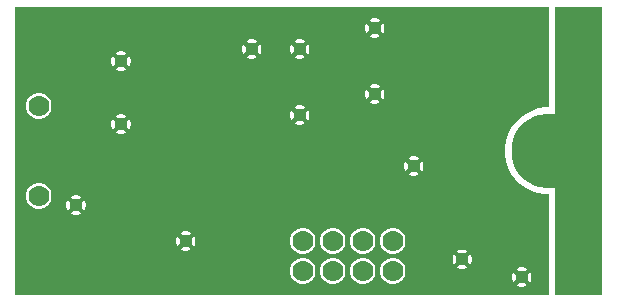
<source format=gbl>
G04*
G04 #@! TF.GenerationSoftware,Altium Limited,Altium Designer,22.0.2 (36)*
G04*
G04 Layer_Physical_Order=2*
G04 Layer_Color=16711680*
%FSLAX25Y25*%
%MOIN*%
G70*
G04*
G04 #@! TF.SameCoordinates,CB14B587-D8FD-4C8B-9FA0-E7DBCE3D7265*
G04*
G04*
G04 #@! TF.FilePolarity,Positive*
G04*
G01*
G75*
%ADD13C,0.01000*%
%ADD40C,0.25000*%
%ADD41C,0.07000*%
%ADD42C,0.04400*%
G36*
X180000Y64500D02*
X178859D01*
X176605Y64143D01*
X174434Y63438D01*
X172400Y62401D01*
X170554Y61060D01*
X168940Y59446D01*
X167598Y57600D01*
X166562Y55566D01*
X165857Y53395D01*
X165500Y51141D01*
Y48859D01*
X165857Y46605D01*
X166562Y44434D01*
X167598Y42400D01*
X168940Y40554D01*
X170554Y38940D01*
X172400Y37598D01*
X174434Y36562D01*
X176605Y35857D01*
X178859Y35500D01*
X180000D01*
Y2039D01*
X2039D01*
Y97961D01*
X180000D01*
Y64500D01*
D02*
G37*
G36*
X197961Y2039D02*
X182039D01*
Y35500D01*
X182000Y35697D01*
Y64303D01*
X182039Y64500D01*
Y97961D01*
X197961D01*
Y2039D01*
D02*
G37*
%LPC*%
G36*
X122421Y94200D02*
X121579D01*
X120765Y93982D01*
X120330Y93731D01*
X122000Y92061D01*
X123670Y93731D01*
X123235Y93982D01*
X122421Y94200D01*
D02*
G37*
G36*
X124731Y92670D02*
X123061Y91000D01*
X124731Y89330D01*
X124982Y89765D01*
X125200Y90579D01*
Y91421D01*
X124982Y92235D01*
X124731Y92670D01*
D02*
G37*
G36*
X119269D02*
X119018Y92235D01*
X118800Y91421D01*
Y90579D01*
X119018Y89765D01*
X119269Y89330D01*
X120939Y91000D01*
X119269Y92670D01*
D02*
G37*
G36*
X122000Y89939D02*
X120330Y88269D01*
X120765Y88018D01*
X121579Y87800D01*
X122421D01*
X123235Y88018D01*
X123670Y88269D01*
X122000Y89939D01*
D02*
G37*
G36*
X97421Y87200D02*
X96579D01*
X95765Y86982D01*
X95330Y86731D01*
X97000Y85061D01*
X98670Y86731D01*
X98235Y86982D01*
X97421Y87200D01*
D02*
G37*
G36*
X81421D02*
X80579D01*
X79765Y86982D01*
X79330Y86731D01*
X81000Y85061D01*
X82670Y86731D01*
X82235Y86982D01*
X81421Y87200D01*
D02*
G37*
G36*
X83731Y85670D02*
X82061Y84000D01*
X83731Y82330D01*
X83982Y82765D01*
X84200Y83579D01*
Y84421D01*
X83982Y85235D01*
X83731Y85670D01*
D02*
G37*
G36*
X99731D02*
X98061Y84000D01*
X99731Y82330D01*
X99982Y82765D01*
X100200Y83579D01*
Y84421D01*
X99982Y85235D01*
X99731Y85670D01*
D02*
G37*
G36*
X78269D02*
X78018Y85235D01*
X77800Y84421D01*
Y83579D01*
X78018Y82765D01*
X78269Y82330D01*
X79939Y84000D01*
X78269Y85670D01*
D02*
G37*
G36*
X94269D02*
X94018Y85235D01*
X93800Y84421D01*
Y83579D01*
X94018Y82765D01*
X94269Y82330D01*
X95939Y84000D01*
X94269Y85670D01*
D02*
G37*
G36*
X37921Y83200D02*
X37079D01*
X36265Y82982D01*
X35830Y82731D01*
X37500Y81061D01*
X39170Y82731D01*
X38735Y82982D01*
X37921Y83200D01*
D02*
G37*
G36*
X97000Y82939D02*
X95330Y81269D01*
X95765Y81018D01*
X96579Y80800D01*
X97421D01*
X98235Y81018D01*
X98670Y81269D01*
X97000Y82939D01*
D02*
G37*
G36*
X81000D02*
X79330Y81269D01*
X79765Y81018D01*
X80579Y80800D01*
X81421D01*
X82235Y81018D01*
X82670Y81269D01*
X81000Y82939D01*
D02*
G37*
G36*
X40231Y81670D02*
X38561Y80000D01*
X40231Y78330D01*
X40482Y78765D01*
X40700Y79579D01*
Y80421D01*
X40482Y81235D01*
X40231Y81670D01*
D02*
G37*
G36*
X34769D02*
X34518Y81235D01*
X34300Y80421D01*
Y79579D01*
X34518Y78765D01*
X34769Y78330D01*
X36439Y80000D01*
X34769Y81670D01*
D02*
G37*
G36*
X37500Y78939D02*
X35830Y77269D01*
X36265Y77018D01*
X37079Y76800D01*
X37921D01*
X38735Y77018D01*
X39170Y77269D01*
X37500Y78939D01*
D02*
G37*
G36*
X122421Y72200D02*
X121579D01*
X120765Y71982D01*
X120330Y71731D01*
X122000Y70061D01*
X123670Y71731D01*
X123235Y71982D01*
X122421Y72200D01*
D02*
G37*
G36*
X124731Y70670D02*
X123061Y69000D01*
X124731Y67330D01*
X124982Y67765D01*
X125200Y68579D01*
Y69421D01*
X124982Y70235D01*
X124731Y70670D01*
D02*
G37*
G36*
X119269D02*
X119018Y70235D01*
X118800Y69421D01*
Y68579D01*
X119018Y67765D01*
X119269Y67330D01*
X120939Y69000D01*
X119269Y70670D01*
D02*
G37*
G36*
X122000Y67939D02*
X120330Y66269D01*
X120765Y66018D01*
X121579Y65800D01*
X122421D01*
X123235Y66018D01*
X123670Y66269D01*
X122000Y67939D01*
D02*
G37*
G36*
X97421Y65200D02*
X96579D01*
X95765Y64982D01*
X95330Y64731D01*
X97000Y63061D01*
X98670Y64731D01*
X98235Y64982D01*
X97421Y65200D01*
D02*
G37*
G36*
X10566Y69300D02*
X9434D01*
X8340Y69007D01*
X7360Y68441D01*
X6559Y67640D01*
X5993Y66660D01*
X5700Y65566D01*
Y64434D01*
X5993Y63340D01*
X6559Y62360D01*
X7360Y61559D01*
X8340Y60993D01*
X9434Y60700D01*
X10566D01*
X11660Y60993D01*
X12640Y61559D01*
X13441Y62360D01*
X14007Y63340D01*
X14300Y64434D01*
Y65566D01*
X14007Y66660D01*
X13441Y67640D01*
X12640Y68441D01*
X11660Y69007D01*
X10566Y69300D01*
D02*
G37*
G36*
X99731Y63670D02*
X98061Y62000D01*
X99731Y60330D01*
X99982Y60765D01*
X100200Y61579D01*
Y62421D01*
X99982Y63235D01*
X99731Y63670D01*
D02*
G37*
G36*
X94269D02*
X94018Y63235D01*
X93800Y62421D01*
Y61579D01*
X94018Y60765D01*
X94269Y60330D01*
X95939Y62000D01*
X94269Y63670D01*
D02*
G37*
G36*
X37921Y62200D02*
X37079D01*
X36265Y61982D01*
X35830Y61731D01*
X37500Y60061D01*
X39170Y61731D01*
X38735Y61982D01*
X37921Y62200D01*
D02*
G37*
G36*
X97000Y60939D02*
X95330Y59269D01*
X95765Y59018D01*
X96579Y58800D01*
X97421D01*
X98235Y59018D01*
X98670Y59269D01*
X97000Y60939D01*
D02*
G37*
G36*
X40231Y60670D02*
X38561Y59000D01*
X40231Y57330D01*
X40482Y57765D01*
X40700Y58579D01*
Y59421D01*
X40482Y60235D01*
X40231Y60670D01*
D02*
G37*
G36*
X34769D02*
X34518Y60235D01*
X34300Y59421D01*
Y58579D01*
X34518Y57765D01*
X34769Y57330D01*
X36439Y59000D01*
X34769Y60670D01*
D02*
G37*
G36*
X37500Y57939D02*
X35830Y56269D01*
X36265Y56018D01*
X37079Y55800D01*
X37921D01*
X38735Y56018D01*
X39170Y56269D01*
X37500Y57939D01*
D02*
G37*
G36*
X135421Y48200D02*
X134579D01*
X133765Y47982D01*
X133330Y47731D01*
X135000Y46061D01*
X136670Y47731D01*
X136235Y47982D01*
X135421Y48200D01*
D02*
G37*
G36*
X137731Y46670D02*
X136061Y45000D01*
X137731Y43330D01*
X137982Y43765D01*
X138200Y44579D01*
Y45421D01*
X137982Y46235D01*
X137731Y46670D01*
D02*
G37*
G36*
X132269D02*
X132018Y46235D01*
X131800Y45421D01*
Y44579D01*
X132018Y43765D01*
X132269Y43330D01*
X133939Y45000D01*
X132269Y46670D01*
D02*
G37*
G36*
X135000Y43939D02*
X133330Y42269D01*
X133765Y42018D01*
X134579Y41800D01*
X135421D01*
X136235Y42018D01*
X136670Y42269D01*
X135000Y43939D01*
D02*
G37*
G36*
X22921Y35200D02*
X22079D01*
X21265Y34982D01*
X20830Y34731D01*
X22500Y33061D01*
X24170Y34731D01*
X23735Y34982D01*
X22921Y35200D01*
D02*
G37*
G36*
X10566Y39300D02*
X9434D01*
X8340Y39007D01*
X7360Y38441D01*
X6559Y37640D01*
X5993Y36660D01*
X5700Y35566D01*
Y34434D01*
X5993Y33340D01*
X6559Y32360D01*
X7360Y31559D01*
X8340Y30993D01*
X9434Y30700D01*
X10566D01*
X11660Y30993D01*
X12640Y31559D01*
X13441Y32360D01*
X14007Y33340D01*
X14300Y34434D01*
Y35566D01*
X14007Y36660D01*
X13441Y37640D01*
X12640Y38441D01*
X11660Y39007D01*
X10566Y39300D01*
D02*
G37*
G36*
X25231Y33670D02*
X23561Y32000D01*
X25231Y30330D01*
X25482Y30765D01*
X25700Y31579D01*
Y32421D01*
X25482Y33235D01*
X25231Y33670D01*
D02*
G37*
G36*
X19769D02*
X19518Y33235D01*
X19300Y32421D01*
Y31579D01*
X19518Y30765D01*
X19769Y30330D01*
X21439Y32000D01*
X19769Y33670D01*
D02*
G37*
G36*
X22500Y30939D02*
X20830Y29269D01*
X21265Y29018D01*
X22079Y28800D01*
X22921D01*
X23735Y29018D01*
X24170Y29269D01*
X22500Y30939D01*
D02*
G37*
G36*
X59421Y23200D02*
X58579D01*
X57765Y22982D01*
X57330Y22731D01*
X59000Y21061D01*
X60670Y22731D01*
X60235Y22982D01*
X59421Y23200D01*
D02*
G37*
G36*
X61731Y21670D02*
X60061Y20000D01*
X61731Y18330D01*
X61982Y18765D01*
X62200Y19579D01*
Y20421D01*
X61982Y21235D01*
X61731Y21670D01*
D02*
G37*
G36*
X56269D02*
X56018Y21235D01*
X55800Y20421D01*
Y19579D01*
X56018Y18765D01*
X56269Y18330D01*
X57939Y20000D01*
X56269Y21670D01*
D02*
G37*
G36*
X59000Y18939D02*
X57330Y17269D01*
X57765Y17018D01*
X58579Y16800D01*
X59421D01*
X60235Y17018D01*
X60670Y17269D01*
X59000Y18939D01*
D02*
G37*
G36*
X128566Y24300D02*
X127434D01*
X126340Y24007D01*
X125360Y23441D01*
X124559Y22640D01*
X123993Y21660D01*
X123700Y20566D01*
Y19434D01*
X123993Y18340D01*
X124559Y17360D01*
X125360Y16559D01*
X126340Y15993D01*
X127434Y15700D01*
X128566D01*
X129660Y15993D01*
X130640Y16559D01*
X131441Y17360D01*
X132007Y18340D01*
X132300Y19434D01*
Y20566D01*
X132007Y21660D01*
X131441Y22640D01*
X130640Y23441D01*
X129660Y24007D01*
X128566Y24300D01*
D02*
G37*
G36*
X118566D02*
X117434D01*
X116340Y24007D01*
X115360Y23441D01*
X114559Y22640D01*
X113993Y21660D01*
X113700Y20566D01*
Y19434D01*
X113993Y18340D01*
X114559Y17360D01*
X115360Y16559D01*
X116340Y15993D01*
X117434Y15700D01*
X118566D01*
X119660Y15993D01*
X120640Y16559D01*
X121441Y17360D01*
X122007Y18340D01*
X122300Y19434D01*
Y20566D01*
X122007Y21660D01*
X121441Y22640D01*
X120640Y23441D01*
X119660Y24007D01*
X118566Y24300D01*
D02*
G37*
G36*
X108566D02*
X107434D01*
X106340Y24007D01*
X105360Y23441D01*
X104559Y22640D01*
X103993Y21660D01*
X103700Y20566D01*
Y19434D01*
X103993Y18340D01*
X104559Y17360D01*
X105360Y16559D01*
X106340Y15993D01*
X107434Y15700D01*
X108566D01*
X109660Y15993D01*
X110640Y16559D01*
X111441Y17360D01*
X112007Y18340D01*
X112300Y19434D01*
Y20566D01*
X112007Y21660D01*
X111441Y22640D01*
X110640Y23441D01*
X109660Y24007D01*
X108566Y24300D01*
D02*
G37*
G36*
X98566D02*
X97434D01*
X96340Y24007D01*
X95360Y23441D01*
X94559Y22640D01*
X93993Y21660D01*
X93700Y20566D01*
Y19434D01*
X93993Y18340D01*
X94559Y17360D01*
X95360Y16559D01*
X96340Y15993D01*
X97434Y15700D01*
X98566D01*
X99660Y15993D01*
X100640Y16559D01*
X101441Y17360D01*
X102007Y18340D01*
X102300Y19434D01*
Y20566D01*
X102007Y21660D01*
X101441Y22640D01*
X100640Y23441D01*
X99660Y24007D01*
X98566Y24300D01*
D02*
G37*
G36*
X151626Y17083D02*
X150783D01*
X149969Y16865D01*
X149534Y16614D01*
X151205Y14944D01*
X152875Y16614D01*
X152440Y16865D01*
X151626Y17083D01*
D02*
G37*
G36*
X153935Y15553D02*
X152265Y13883D01*
X153935Y12213D01*
X154187Y12648D01*
X154405Y13462D01*
Y14304D01*
X154187Y15118D01*
X153935Y15553D01*
D02*
G37*
G36*
X148474D02*
X148223Y15118D01*
X148005Y14304D01*
Y13462D01*
X148223Y12648D01*
X148474Y12213D01*
X150144Y13883D01*
X148474Y15553D01*
D02*
G37*
G36*
X151205Y12822D02*
X149534Y11152D01*
X149969Y10901D01*
X150783Y10683D01*
X151626D01*
X152440Y10901D01*
X152875Y11152D01*
X151205Y12822D01*
D02*
G37*
G36*
X171421Y11200D02*
X170579D01*
X169765Y10982D01*
X169330Y10731D01*
X171000Y9061D01*
X172670Y10731D01*
X172235Y10982D01*
X171421Y11200D01*
D02*
G37*
G36*
X173731Y9670D02*
X172061Y8000D01*
X173731Y6330D01*
X173982Y6765D01*
X174200Y7579D01*
Y8421D01*
X173982Y9235D01*
X173731Y9670D01*
D02*
G37*
G36*
X168269D02*
X168018Y9235D01*
X167800Y8421D01*
Y7579D01*
X168018Y6765D01*
X168269Y6330D01*
X169939Y8000D01*
X168269Y9670D01*
D02*
G37*
G36*
X128566Y14300D02*
X127434D01*
X126340Y14007D01*
X125360Y13441D01*
X124559Y12640D01*
X123993Y11660D01*
X123700Y10566D01*
Y9434D01*
X123993Y8340D01*
X124559Y7360D01*
X125360Y6559D01*
X126340Y5993D01*
X127434Y5700D01*
X128566D01*
X129660Y5993D01*
X130640Y6559D01*
X131441Y7360D01*
X132007Y8340D01*
X132300Y9434D01*
Y10566D01*
X132007Y11660D01*
X131441Y12640D01*
X130640Y13441D01*
X129660Y14007D01*
X128566Y14300D01*
D02*
G37*
G36*
X118566D02*
X117434D01*
X116340Y14007D01*
X115360Y13441D01*
X114559Y12640D01*
X113993Y11660D01*
X113700Y10566D01*
Y9434D01*
X113993Y8340D01*
X114559Y7360D01*
X115360Y6559D01*
X116340Y5993D01*
X117434Y5700D01*
X118566D01*
X119660Y5993D01*
X120640Y6559D01*
X121441Y7360D01*
X122007Y8340D01*
X122300Y9434D01*
Y10566D01*
X122007Y11660D01*
X121441Y12640D01*
X120640Y13441D01*
X119660Y14007D01*
X118566Y14300D01*
D02*
G37*
G36*
X108566D02*
X107434D01*
X106340Y14007D01*
X105360Y13441D01*
X104559Y12640D01*
X103993Y11660D01*
X103700Y10566D01*
Y9434D01*
X103993Y8340D01*
X104559Y7360D01*
X105360Y6559D01*
X106340Y5993D01*
X107434Y5700D01*
X108566D01*
X109660Y5993D01*
X110640Y6559D01*
X111441Y7360D01*
X112007Y8340D01*
X112300Y9434D01*
Y10566D01*
X112007Y11660D01*
X111441Y12640D01*
X110640Y13441D01*
X109660Y14007D01*
X108566Y14300D01*
D02*
G37*
G36*
X98566D02*
X97434D01*
X96340Y14007D01*
X95360Y13441D01*
X94559Y12640D01*
X93993Y11660D01*
X93700Y10566D01*
Y9434D01*
X93993Y8340D01*
X94559Y7360D01*
X95360Y6559D01*
X96340Y5993D01*
X97434Y5700D01*
X98566D01*
X99660Y5993D01*
X100640Y6559D01*
X101441Y7360D01*
X102007Y8340D01*
X102300Y9434D01*
Y10566D01*
X102007Y11660D01*
X101441Y12640D01*
X100640Y13441D01*
X99660Y14007D01*
X98566Y14300D01*
D02*
G37*
G36*
X171000Y6939D02*
X169330Y5269D01*
X169765Y5018D01*
X170579Y4800D01*
X171421D01*
X172235Y5018D01*
X172670Y5269D01*
X171000Y6939D01*
D02*
G37*
%LPD*%
D13*
X189450Y50000D02*
X189397Y51004D01*
X189236Y51998D01*
X188972Y52968D01*
X188605Y53905D01*
X188142Y54797D01*
X187586Y55636D01*
X186944Y56410D01*
X186223Y57112D01*
X185432Y57733D01*
X184579Y58267D01*
X183674Y58706D01*
X182728Y59048D01*
X181751Y59286D01*
X180754Y59420D01*
X179748Y59447D01*
X178746Y59366D01*
X177757Y59180D01*
X176794Y58890D01*
X175867Y58499D01*
X174987Y58011D01*
X174164Y57433D01*
X173407Y56770D01*
X172725Y56031D01*
X172125Y55224D01*
X171615Y54357D01*
X171199Y53441D01*
X170883Y52486D01*
X170670Y51503D01*
X170563Y50503D01*
Y49497D01*
X170670Y48497D01*
X170883Y47514D01*
X171199Y46559D01*
X171615Y45643D01*
X172125Y44776D01*
X172725Y43969D01*
X173407Y43229D01*
X174164Y42567D01*
X174987Y41989D01*
X175867Y41502D01*
X176794Y41110D01*
X177757Y40820D01*
X178746Y40634D01*
X179748Y40553D01*
X180754Y40580D01*
X181751Y40714D01*
X182728Y40952D01*
X183674Y41294D01*
X184579Y41734D01*
X185432Y42267D01*
X186223Y42888D01*
X186944Y43590D01*
X187586Y44364D01*
X188142Y45203D01*
X188605Y46095D01*
X188972Y47032D01*
X189236Y48002D01*
X189397Y48996D01*
X189450Y50000D01*
D40*
X180000Y50000D02*
D03*
D41*
X10000Y65000D02*
D03*
Y55000D02*
D03*
Y45000D02*
D03*
Y35000D02*
D03*
X128000Y10000D02*
D03*
Y20000D02*
D03*
X98000D02*
D03*
Y10000D02*
D03*
X118000D02*
D03*
Y20000D02*
D03*
X108000D02*
D03*
Y10000D02*
D03*
D42*
X135000Y45000D02*
D03*
X151205Y13883D02*
D03*
X171000Y8000D02*
D03*
X22500Y32000D02*
D03*
X37500Y59000D02*
D03*
Y80000D02*
D03*
X59000Y20000D02*
D03*
X122000Y91000D02*
D03*
Y69000D02*
D03*
X97000Y62000D02*
D03*
Y84000D02*
D03*
X81000D02*
D03*
X180000Y59450D02*
D03*
X186682Y56682D02*
D03*
X189450Y50000D02*
D03*
X186682Y43318D02*
D03*
X180000Y40550D02*
D03*
X173318Y43318D02*
D03*
X170550Y50000D02*
D03*
X173318Y56682D02*
D03*
M02*

</source>
